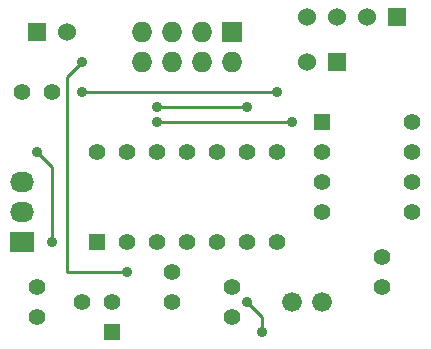
<source format=gtl>
%FSLAX34Y34*%
G04 Gerber Fmt 3.4, Leading zero omitted, Abs format*
G04 (created by PCBNEW (2014-02-15 BZR 4699)-product) date Sat 08 Mar 2014 11:33:38 PM EST*
%MOIN*%
G01*
G70*
G90*
G04 APERTURE LIST*
%ADD10C,0.005906*%
%ADD11R,0.055000X0.055000*%
%ADD12C,0.055000*%
%ADD13R,0.080000X0.068000*%
%ADD14O,0.080000X0.068000*%
%ADD15R,0.068000X0.068000*%
%ADD16O,0.068000X0.068000*%
%ADD17R,0.060000X0.060000*%
%ADD18C,0.060000*%
%ADD19C,0.066000*%
%ADD20C,0.035000*%
%ADD21C,0.010000*%
G04 APERTURE END LIST*
G54D10*
G54D11*
X30500Y-52500D03*
G54D12*
X31500Y-52500D03*
X32500Y-52500D03*
X33500Y-52500D03*
X34500Y-52500D03*
X35500Y-52500D03*
X36500Y-52500D03*
X36500Y-49500D03*
X35500Y-49500D03*
X34500Y-49500D03*
X33500Y-49500D03*
X32500Y-49500D03*
X31500Y-49500D03*
X30500Y-49500D03*
G54D13*
X28000Y-52500D03*
G54D14*
X28000Y-51500D03*
X28000Y-50500D03*
G54D15*
X35000Y-45500D03*
G54D16*
X34000Y-45500D03*
X33000Y-45500D03*
X32000Y-45500D03*
X32000Y-46500D03*
X33000Y-46500D03*
X34000Y-46500D03*
X35000Y-46500D03*
G54D12*
X29000Y-47500D03*
X28000Y-47500D03*
G54D11*
X31000Y-55500D03*
G54D12*
X31000Y-54500D03*
X30000Y-54500D03*
X35000Y-54000D03*
X35000Y-55000D03*
X28500Y-54000D03*
X28500Y-55000D03*
X33000Y-54500D03*
X33000Y-53500D03*
X40000Y-53000D03*
X40000Y-54000D03*
G54D17*
X40500Y-45000D03*
G54D18*
X39500Y-45000D03*
X38500Y-45000D03*
X37500Y-45000D03*
G54D17*
X38500Y-46500D03*
G54D18*
X37500Y-46500D03*
G54D17*
X28500Y-45500D03*
G54D18*
X29500Y-45500D03*
G54D19*
X38000Y-54500D03*
X37000Y-54500D03*
G54D11*
X38000Y-48500D03*
G54D12*
X38000Y-49500D03*
X38000Y-50500D03*
X38000Y-51500D03*
X41000Y-51500D03*
X41000Y-50500D03*
X41000Y-49500D03*
X41000Y-48500D03*
G54D20*
X36000Y-55500D03*
X35500Y-54500D03*
X37000Y-48500D03*
X32500Y-48500D03*
X31500Y-53500D03*
X30000Y-46500D03*
X29000Y-52500D03*
X28500Y-49500D03*
X36500Y-47500D03*
X30000Y-47500D03*
X35500Y-48000D03*
X32500Y-48000D03*
G54D21*
X36000Y-55000D02*
X36000Y-55500D01*
X35500Y-54500D02*
X36000Y-55000D01*
X32500Y-48500D02*
X37000Y-48500D01*
X29500Y-53500D02*
X31500Y-53500D01*
X29500Y-47000D02*
X29500Y-53500D01*
X30000Y-46500D02*
X29500Y-47000D01*
X29000Y-50000D02*
X29000Y-52500D01*
X28500Y-49500D02*
X29000Y-50000D01*
X30000Y-47500D02*
X36500Y-47500D01*
X32500Y-48000D02*
X35500Y-48000D01*
M02*

</source>
